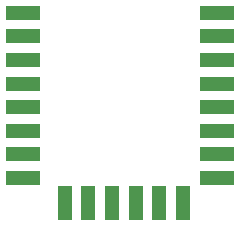
<source format=gtp>
G75*
%MOIN*%
%OFA0B0*%
%FSLAX25Y25*%
%IPPOS*%
%LPD*%
%AMOC8*
5,1,8,0,0,1.08239X$1,22.5*
%
%ADD10R,0.11811X0.04724*%
%ADD11R,0.04724X0.11811*%
D10*
X0012981Y0019517D03*
X0012981Y0027391D03*
X0012981Y0035265D03*
X0012981Y0043139D03*
X0012981Y0051013D03*
X0012981Y0058887D03*
X0012981Y0066761D03*
X0012981Y0074635D03*
X0077548Y0074635D03*
X0077548Y0066761D03*
X0077548Y0058887D03*
X0077548Y0051013D03*
X0077548Y0043139D03*
X0077548Y0035265D03*
X0077548Y0027391D03*
X0077548Y0019517D03*
D11*
X0066131Y0011249D03*
X0058257Y0011249D03*
X0050383Y0011249D03*
X0042509Y0011249D03*
X0034635Y0011249D03*
X0026761Y0011249D03*
M02*

</source>
